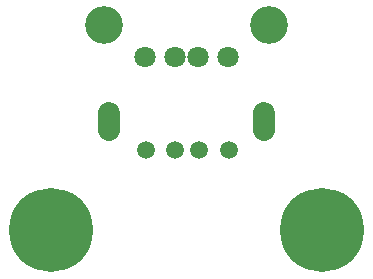
<source format=gts>
G04 Layer: TopSolderMaskLayer*
G04 EasyEDA v6.5.1, 2022-06-13 06:58:02*
G04 a67cddfb3fce44daa9051d46cbbcc19f,10*
G04 Gerber Generator version 0.2*
G04 Scale: 100 percent, Rotated: No, Reflected: No *
G04 Dimensions in millimeters *
G04 leading zeros omitted , absolute positions ,4 integer and 5 decimal *
%FSLAX45Y45*%
%MOMM*%

%ADD20C,1.9016*%
%ADD21C,1.5016*%
%ADD22C,3.2016*%
%ADD23C,1.8016*%
%ADD24C,7.1016*%

%LPD*%
D20*
X2657099Y1350004D02*
G01*
X2657099Y1490004D01*
X1342903Y1350004D02*
G01*
X1342903Y1490004D01*
D21*
G01*
X2355093Y1180000D03*
G01*
X1655323Y1180000D03*
G01*
X2105157Y1180000D03*
G01*
X1905259Y1180000D03*
D22*
G01*
X1299956Y2235555D03*
G01*
X2699953Y2235555D03*
D23*
G01*
X2349967Y1964537D03*
G01*
X2099955Y1964537D03*
G01*
X1899955Y1964537D03*
G01*
X1649968Y1964537D03*
D24*
G01*
X850000Y499998D03*
G01*
X3149998Y499998D03*
M02*

</source>
